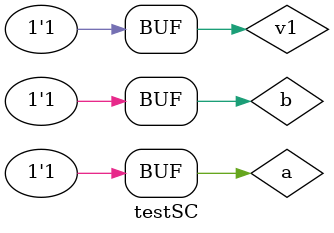
<source format=v>

module operadorMS ( s4, s3, a, b);
output s4, s3;
input a, b;

xor XOR2(s4,a,b);
and AND2(s3,a,b);

endmodule


module operadorSC ( s0, s1, a, b, v1 );
output s0, s1;
input a, b, v1;
wire s3, s4;

operadorMS MS1(s4,s3,a,b);
operadorMS MS2( s0, s2 ,v1 ,s4);
or OR1(s1,s2,s3);

endmodule



module testSC;
reg a,b,v1;
wire s0,s1;

operadorSC SC ( s0, s1, a, b, v1 );

 initial begin : start
		a=0; b=0; v1=0; 
end

initial begin : main

#1 $display ( " Operador Meia Soma - Modelo Tradicional " );
#1 $display ( " a + b + v1 = s1 s0" );
	$monitor ( " %b + %b + %b =  %b  %b ",a,b,v1,s1,s0);
	
		#1	a=0;	b=0; v1=1;
 		#1	a=0;	b=1; v1=0;
		#1	a=0;	b=1; v1=1;
		#1	a=1;	b=0; v1=0;
		#1	a=1;	b=0; v1=1;
		#1	a=1;	b=1; v1=0;
		#1	a=1;	b=1; v1=1;
		
end

endmodule

 
//    Operador Meia Soma - Modelo Tradicional 
//     a + b + v1 = s1 s0
//     0 + 0 + 0 =  0  0 
//     0 + 0 + 1 =  0  1 
//     0 + 1 + 0 =  0  1 
//     0 + 1 + 1 =  1  0 
//     1 + 0 + 0 =  0  1 
//     1 + 0 + 1 =  1  0 
//     1 + 1 + 0 =  1  0 
//     1 + 1 + 1 =  1  1
</source>
